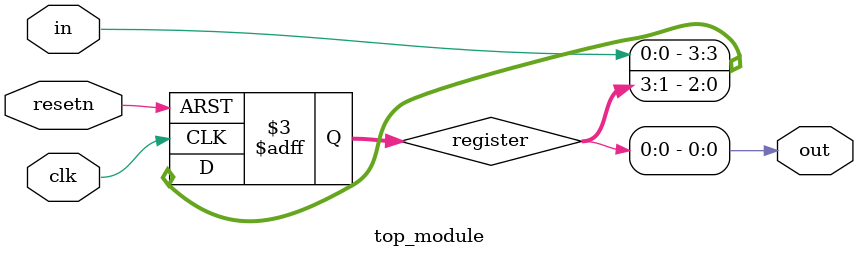
<source format=sv>
module top_module (
	input clk,
	input resetn,
	input in,
	output out
);
  reg [3:0] register;
  
  always @(posedge clk or negedge resetn)
  begin
    if (~resetn)
      register <= 4'b0000;
    else
      register <= {in, register[3:1]};
  end
  
  assign out = register[0];

endmodule

</source>
